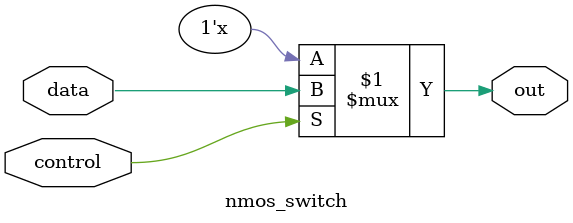
<source format=v>
`timescale 1ns / 100ps

`define DLY 1

`celldefine

module synth_support(input clk, reset, 
                     input [1:0] sel,
                     output reg data_out,
                     input  [1:0] test_in,
                     output reg test_out,
                     
                     output reg blocking, non_blocking, 
                     
                     output nmos_out,
                     input nmos_data,nmos_control);

    always @(*) begin
        data_out = (sel[0] === 1'b0) ? ^test_in : 1'b1;                  
    end // always
         
    initial begin
        data_out = 0;
    end
 
    always @(posedge clk) begin
        test_out <= #`DLY ^test_in;
    end 
    
    nmos_switch n1(.out(nmos_out), .data(nmos_data), .control(nmos_control));                       

    // mixing blocking and non-blocking statements
    /*
    always @(*) begin
        blocking = ^test_in;
        non_blocking <= |test_in; 
    end 
    */
    always @(posedge clk) begin
        if(reset) begin
            blocking     =  0;
            non_blocking <= 0;
        end
        else begin
            blocking     = ^test_in;
            non_blocking <= |test_in; 
        end    
    end 
    
                    
endmodule // synth_support


module nmos_switch (output out, input data, control);

    assign out = control ? data : 1'bz;
    
endmodule


`endcelldefine

</source>
